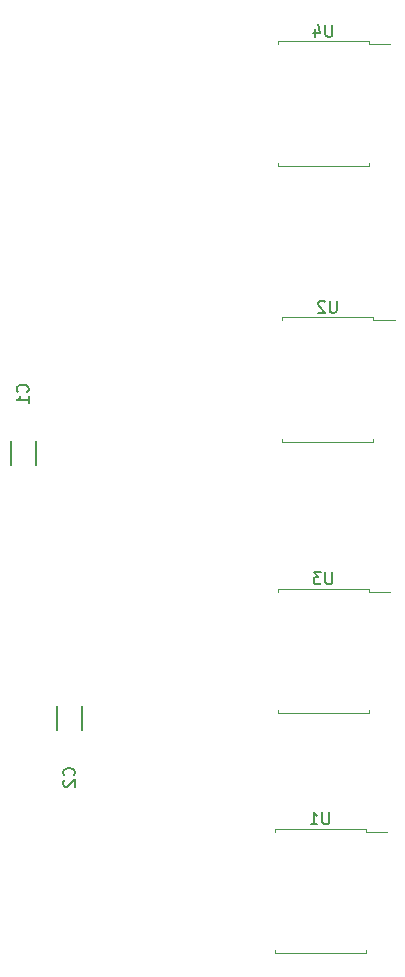
<source format=gbr>
%TF.GenerationSoftware,KiCad,Pcbnew,(6.0.4)*%
%TF.CreationDate,2023-07-24T13:06:08-04:00*%
%TF.ProjectId,BREAD_Slice,42524541-445f-4536-9c69-63652e6b6963,rev?*%
%TF.SameCoordinates,Original*%
%TF.FileFunction,Legend,Bot*%
%TF.FilePolarity,Positive*%
%FSLAX46Y46*%
G04 Gerber Fmt 4.6, Leading zero omitted, Abs format (unit mm)*
G04 Created by KiCad (PCBNEW (6.0.4)) date 2023-07-24 13:06:08*
%MOMM*%
%LPD*%
G01*
G04 APERTURE LIST*
%ADD10C,0.150000*%
%ADD11C,0.120000*%
G04 APERTURE END LIST*
D10*
%TO.C,C2*%
X154580142Y-115677333D02*
X154627761Y-115629714D01*
X154675380Y-115486857D01*
X154675380Y-115391619D01*
X154627761Y-115248761D01*
X154532523Y-115153523D01*
X154437285Y-115105904D01*
X154246809Y-115058285D01*
X154103952Y-115058285D01*
X153913476Y-115105904D01*
X153818238Y-115153523D01*
X153723000Y-115248761D01*
X153675380Y-115391619D01*
X153675380Y-115486857D01*
X153723000Y-115629714D01*
X153770619Y-115677333D01*
X153770619Y-116058285D02*
X153723000Y-116105904D01*
X153675380Y-116201142D01*
X153675380Y-116439238D01*
X153723000Y-116534476D01*
X153770619Y-116582095D01*
X153865857Y-116629714D01*
X153961095Y-116629714D01*
X154103952Y-116582095D01*
X154675380Y-116010666D01*
X154675380Y-116629714D01*
%TO.C,C1*%
X150643142Y-83198333D02*
X150690761Y-83150714D01*
X150738380Y-83007857D01*
X150738380Y-82912619D01*
X150690761Y-82769761D01*
X150595523Y-82674523D01*
X150500285Y-82626904D01*
X150309809Y-82579285D01*
X150166952Y-82579285D01*
X149976476Y-82626904D01*
X149881238Y-82674523D01*
X149786000Y-82769761D01*
X149738380Y-82912619D01*
X149738380Y-83007857D01*
X149786000Y-83150714D01*
X149833619Y-83198333D01*
X150738380Y-84150714D02*
X150738380Y-83579285D01*
X150738380Y-83865000D02*
X149738380Y-83865000D01*
X149881238Y-83769761D01*
X149976476Y-83674523D01*
X150024095Y-83579285D01*
%TO.C,U1*%
X176193904Y-118801380D02*
X176193904Y-119610904D01*
X176146285Y-119706142D01*
X176098666Y-119753761D01*
X176003428Y-119801380D01*
X175812952Y-119801380D01*
X175717714Y-119753761D01*
X175670095Y-119706142D01*
X175622476Y-119610904D01*
X175622476Y-118801380D01*
X174622476Y-119801380D02*
X175193904Y-119801380D01*
X174908190Y-119801380D02*
X174908190Y-118801380D01*
X175003428Y-118944238D01*
X175098666Y-119039476D01*
X175193904Y-119087095D01*
%TO.C,U2*%
X176828904Y-75494380D02*
X176828904Y-76303904D01*
X176781285Y-76399142D01*
X176733666Y-76446761D01*
X176638428Y-76494380D01*
X176447952Y-76494380D01*
X176352714Y-76446761D01*
X176305095Y-76399142D01*
X176257476Y-76303904D01*
X176257476Y-75494380D01*
X175828904Y-75589619D02*
X175781285Y-75542000D01*
X175686047Y-75494380D01*
X175447952Y-75494380D01*
X175352714Y-75542000D01*
X175305095Y-75589619D01*
X175257476Y-75684857D01*
X175257476Y-75780095D01*
X175305095Y-75922952D01*
X175876523Y-76494380D01*
X175257476Y-76494380D01*
%TO.C,U3*%
X176447904Y-98481380D02*
X176447904Y-99290904D01*
X176400285Y-99386142D01*
X176352666Y-99433761D01*
X176257428Y-99481380D01*
X176066952Y-99481380D01*
X175971714Y-99433761D01*
X175924095Y-99386142D01*
X175876476Y-99290904D01*
X175876476Y-98481380D01*
X175495523Y-98481380D02*
X174876476Y-98481380D01*
X175209809Y-98862333D01*
X175066952Y-98862333D01*
X174971714Y-98909952D01*
X174924095Y-98957571D01*
X174876476Y-99052809D01*
X174876476Y-99290904D01*
X174924095Y-99386142D01*
X174971714Y-99433761D01*
X175066952Y-99481380D01*
X175352666Y-99481380D01*
X175447904Y-99433761D01*
X175495523Y-99386142D01*
%TO.C,U4*%
X176447904Y-52126380D02*
X176447904Y-52935904D01*
X176400285Y-53031142D01*
X176352666Y-53078761D01*
X176257428Y-53126380D01*
X176066952Y-53126380D01*
X175971714Y-53078761D01*
X175924095Y-53031142D01*
X175876476Y-52935904D01*
X175876476Y-52126380D01*
X174971714Y-52459714D02*
X174971714Y-53126380D01*
X175209809Y-52078761D02*
X175447904Y-52793047D01*
X174828857Y-52793047D01*
%TO.C,C2*%
X155293000Y-111814000D02*
X155293000Y-109804000D01*
X153153000Y-111844000D02*
X153153000Y-109834000D01*
%TO.C,C1*%
X149216000Y-87395000D02*
X149216000Y-89405000D01*
X151356000Y-87365000D02*
X151356000Y-89375000D01*
D11*
%TO.C,U1*%
X171572000Y-130709000D02*
X171572000Y-130454000D01*
X175432000Y-120189000D02*
X179292000Y-120189000D01*
X179292000Y-130709000D02*
X179292000Y-130454000D01*
X179292000Y-120444000D02*
X181107000Y-120444000D01*
X175432000Y-130709000D02*
X179292000Y-130709000D01*
X171572000Y-120189000D02*
X171572000Y-120444000D01*
X175432000Y-130709000D02*
X171572000Y-130709000D01*
X175432000Y-120189000D02*
X171572000Y-120189000D01*
X179292000Y-120189000D02*
X179292000Y-120444000D01*
%TO.C,U2*%
X179927000Y-76882000D02*
X179927000Y-77137000D01*
X172207000Y-76882000D02*
X172207000Y-77137000D01*
X172207000Y-87402000D02*
X172207000Y-87147000D01*
X179927000Y-87402000D02*
X179927000Y-87147000D01*
X176067000Y-76882000D02*
X172207000Y-76882000D01*
X176067000Y-76882000D02*
X179927000Y-76882000D01*
X179927000Y-77137000D02*
X181742000Y-77137000D01*
X176067000Y-87402000D02*
X179927000Y-87402000D01*
X176067000Y-87402000D02*
X172207000Y-87402000D01*
%TO.C,U3*%
X171826000Y-110389000D02*
X171826000Y-110134000D01*
X171826000Y-99869000D02*
X171826000Y-100124000D01*
X179546000Y-100124000D02*
X181361000Y-100124000D01*
X175686000Y-99869000D02*
X179546000Y-99869000D01*
X179546000Y-99869000D02*
X179546000Y-100124000D01*
X175686000Y-110389000D02*
X179546000Y-110389000D01*
X179546000Y-110389000D02*
X179546000Y-110134000D01*
X175686000Y-110389000D02*
X171826000Y-110389000D01*
X175686000Y-99869000D02*
X171826000Y-99869000D01*
%TO.C,U4*%
X171826000Y-64034000D02*
X171826000Y-63779000D01*
X171826000Y-53514000D02*
X171826000Y-53769000D01*
X179546000Y-53514000D02*
X179546000Y-53769000D01*
X175686000Y-53514000D02*
X171826000Y-53514000D01*
X179546000Y-64034000D02*
X179546000Y-63779000D01*
X175686000Y-64034000D02*
X179546000Y-64034000D01*
X179546000Y-53769000D02*
X181361000Y-53769000D01*
X175686000Y-64034000D02*
X171826000Y-64034000D01*
X175686000Y-53514000D02*
X179546000Y-53514000D01*
%TD*%
M02*

</source>
